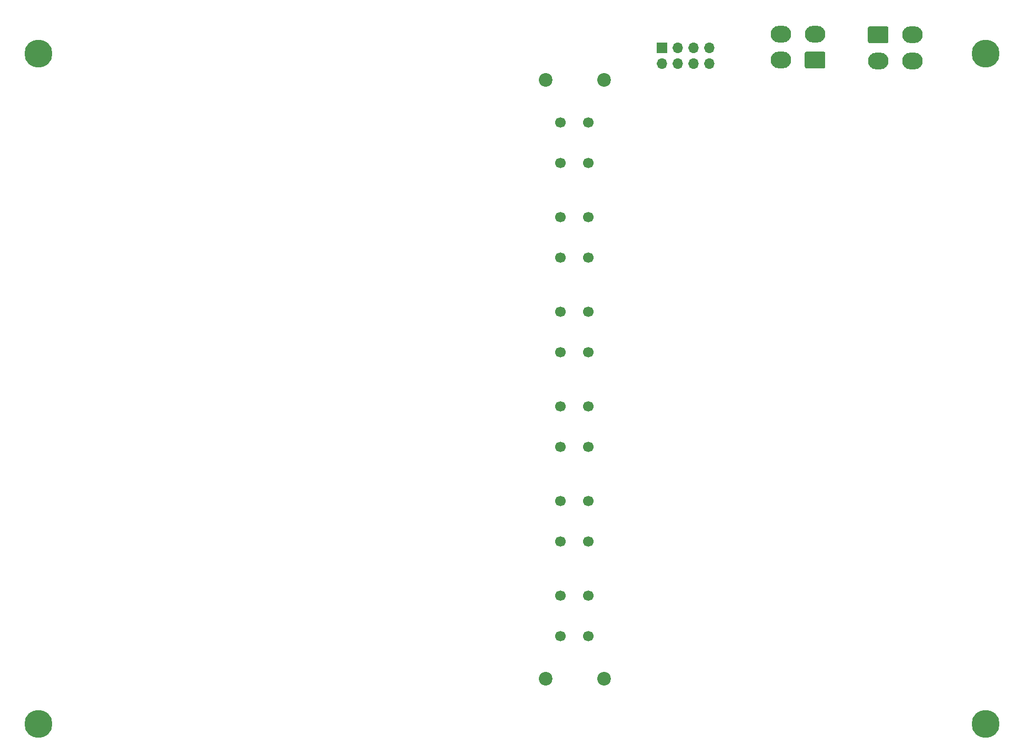
<source format=gbr>
%TF.GenerationSoftware,KiCad,Pcbnew,(5.1.9)-1*%
%TF.CreationDate,2021-09-20T07:58:25-06:00*%
%TF.ProjectId,ifei,69666569-2e6b-4696-9361-645f70636258,rev?*%
%TF.SameCoordinates,Original*%
%TF.FileFunction,Soldermask,Bot*%
%TF.FilePolarity,Negative*%
%FSLAX46Y46*%
G04 Gerber Fmt 4.6, Leading zero omitted, Abs format (unit mm)*
G04 Created by KiCad (PCBNEW (5.1.9)-1) date 2021-09-20 07:58:25*
%MOMM*%
%LPD*%
G01*
G04 APERTURE LIST*
%ADD10C,2.200000*%
%ADD11C,1.700000*%
%ADD12O,1.700000X1.700000*%
%ADD13R,1.700000X1.700000*%
%ADD14O,3.300000X2.700000*%
%ADD15C,4.500000*%
G04 APERTURE END LIST*
D10*
%TO.C,H8*%
X155956000Y-139128501D03*
%TD*%
%TO.C,H7*%
X165353999Y-139128501D03*
%TD*%
%TO.C,H6*%
X165353999Y-42735501D03*
%TD*%
%TO.C,H5*%
X155956000Y-42735501D03*
%TD*%
D11*
%TO.C,SW6*%
X162814000Y-125793500D03*
X162814000Y-132293500D03*
X158314000Y-125793500D03*
X158314000Y-132293500D03*
%TD*%
%TO.C,SW5*%
X162814000Y-110553500D03*
X162814000Y-117053500D03*
X158314000Y-110553500D03*
X158314000Y-117053500D03*
%TD*%
%TO.C,SW4*%
X162814000Y-95313501D03*
X162814000Y-101813501D03*
X158314000Y-95313501D03*
X158314000Y-101813501D03*
%TD*%
%TO.C,SW3*%
X162814000Y-80073501D03*
X162814000Y-86573501D03*
X158314000Y-80073501D03*
X158314000Y-86573501D03*
%TD*%
%TO.C,SW2*%
X162814000Y-64833501D03*
X162814000Y-71333501D03*
X158314000Y-64833501D03*
X158314000Y-71333501D03*
%TD*%
%TO.C,SW1*%
X162814000Y-49593500D03*
X162814000Y-56093500D03*
X158314000Y-49593500D03*
X158314000Y-56093500D03*
%TD*%
D12*
%TO.C,J3*%
X182244999Y-40068500D03*
X182244999Y-37528500D03*
X179704999Y-40068500D03*
X179704999Y-37528500D03*
X177164999Y-40068500D03*
X177164999Y-37528500D03*
X174624999Y-40068500D03*
D13*
X174624999Y-37528500D03*
%TD*%
D14*
%TO.C,J2*%
X193763000Y-35297000D03*
X193763000Y-39497000D03*
X199263000Y-35297000D03*
G36*
G01*
X200662999Y-40847000D02*
X197863001Y-40847000D01*
G75*
G02*
X197613000Y-40596999I0J250001D01*
G01*
X197613000Y-38397001D01*
G75*
G02*
X197863001Y-38147000I250001J0D01*
G01*
X200662999Y-38147000D01*
G75*
G02*
X200913000Y-38397001I0J-250001D01*
G01*
X200913000Y-40596999D01*
G75*
G02*
X200662999Y-40847000I-250001J0D01*
G01*
G37*
%TD*%
%TO.C,J1*%
X214923000Y-39633000D03*
X214923000Y-35433000D03*
X209423000Y-39633000D03*
G36*
G01*
X208023001Y-34083000D02*
X210822999Y-34083000D01*
G75*
G02*
X211073000Y-34333001I0J-250001D01*
G01*
X211073000Y-36532999D01*
G75*
G02*
X210822999Y-36783000I-250001J0D01*
G01*
X208023001Y-36783000D01*
G75*
G02*
X207773000Y-36532999I0J250001D01*
G01*
X207773000Y-34333001D01*
G75*
G02*
X208023001Y-34083000I250001J0D01*
G01*
G37*
%TD*%
D15*
%TO.C,H4*%
X74295000Y-146431000D03*
%TD*%
%TO.C,H3*%
X226695000Y-146431000D03*
%TD*%
%TO.C,H2*%
X226695000Y-38481000D03*
%TD*%
%TO.C,H1*%
X74295000Y-38481000D03*
%TD*%
M02*

</source>
